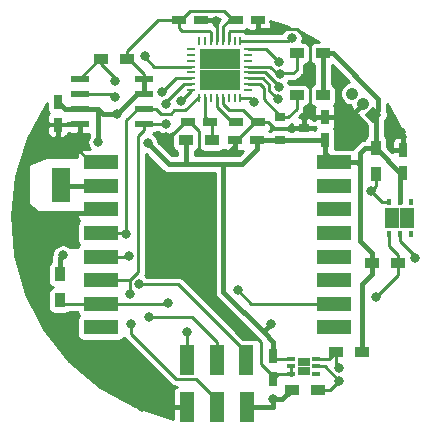
<source format=gtl>
G04 #@! TF.GenerationSoftware,KiCad,Pcbnew,no-vcs-found-f2763e9~58~ubuntu16.04.1*
G04 #@! TF.CreationDate,2017-03-23T18:26:22+02:00*
G04 #@! TF.ProjectId,multisensor_cr2032,6D756C746973656E736F725F63723230,rev?*
G04 #@! TF.FileFunction,Copper,L1,Top,Signal*
G04 #@! TF.FilePolarity,Positive*
%FSLAX46Y46*%
G04 Gerber Fmt 4.6, Leading zero omitted, Abs format (unit mm)*
G04 Created by KiCad (PCBNEW no-vcs-found-f2763e9~58~ubuntu16.04.1) date Thu Mar 23 18:26:22 2017*
%MOMM*%
%LPD*%
G01*
G04 APERTURE LIST*
%ADD10C,0.100000*%
%ADD11R,1.270000X2.500000*%
%ADD12R,1.200000X0.750000*%
%ADD13R,0.750000X1.200000*%
%ADD14R,1.725000X1.725000*%
%ADD15R,0.700000X0.250000*%
%ADD16R,0.250000X0.700000*%
%ADD17R,1.500000X3.000000*%
%ADD18R,1.200000X0.900000*%
%ADD19R,0.900000X1.200000*%
%ADD20R,1.550000X0.600000*%
%ADD21R,0.900000X0.800000*%
%ADD22R,1.300000X0.850000*%
%ADD23R,0.450000X0.630000*%
%ADD24R,3.000000X1.200000*%
%ADD25R,1.000000X0.800000*%
%ADD26R,0.650000X0.350000*%
%ADD27C,1.000000*%
%ADD28C,1.000000*%
%ADD29C,0.800000*%
%ADD30C,0.250000*%
%ADD31C,0.450000*%
%ADD32C,0.254000*%
G04 APERTURE END LIST*
D10*
D11*
X119380000Y-102838000D03*
X116840000Y-102838000D03*
X114300000Y-102838000D03*
X114300000Y-98838000D03*
X116840000Y-98838000D03*
X119340000Y-98838000D03*
D12*
X113604000Y-70104000D03*
X115504000Y-70104000D03*
X116266000Y-78740000D03*
X114366000Y-78740000D03*
X120330000Y-70104000D03*
X118430000Y-70104000D03*
X120330000Y-78740000D03*
X118430000Y-78740000D03*
D13*
X103378000Y-78928000D03*
X103378000Y-77028000D03*
D12*
X118364000Y-80264000D03*
X120264000Y-80264000D03*
D13*
X132588000Y-81092000D03*
X132588000Y-82992000D03*
X125984000Y-80198000D03*
X125984000Y-78298000D03*
D14*
X117956500Y-73406000D03*
X116231500Y-73406000D03*
X117956500Y-75131000D03*
X116231500Y-75131000D03*
D15*
X119494000Y-72518500D03*
X119494000Y-73018500D03*
X119494000Y-73518500D03*
X119494000Y-74018500D03*
X119494000Y-74518500D03*
X119494000Y-75018500D03*
X119494000Y-75518500D03*
X119494000Y-76018500D03*
D16*
X118844000Y-76668500D03*
X118344000Y-76668500D03*
X117844000Y-76668500D03*
X117344000Y-76668500D03*
X116844000Y-76668500D03*
X116344000Y-76668500D03*
X115844000Y-76668500D03*
X115344000Y-76668500D03*
D15*
X114694000Y-76018500D03*
X114694000Y-75518500D03*
X114694000Y-75018500D03*
X114694000Y-74518500D03*
X114694000Y-74018500D03*
X114694000Y-73518500D03*
X114694000Y-73018500D03*
X114694000Y-72518500D03*
D16*
X115344000Y-71868500D03*
X115844000Y-71868500D03*
X116344000Y-71868500D03*
X116844000Y-71868500D03*
X117344000Y-71868500D03*
X117844000Y-71868500D03*
X118344000Y-71868500D03*
X118844000Y-71868500D03*
D17*
X103632000Y-84020000D03*
D18*
X107020000Y-73406000D03*
X109220000Y-73406000D03*
X123614000Y-76454000D03*
X125814000Y-76454000D03*
X123614000Y-72898000D03*
X125814000Y-72898000D03*
D19*
X130302000Y-80942000D03*
X130302000Y-83142000D03*
D18*
X132164000Y-90678000D03*
X129964000Y-90678000D03*
D19*
X103548000Y-91610000D03*
X103548000Y-93810000D03*
D20*
X110650000Y-75057000D03*
X110650000Y-76327000D03*
X110650000Y-77597000D03*
X110650000Y-78867000D03*
X105250000Y-78867000D03*
X105250000Y-77597000D03*
X105250000Y-76327000D03*
X105250000Y-75057000D03*
D21*
X124206000Y-79248000D03*
X122206000Y-80198000D03*
X122206000Y-78298000D03*
D22*
X131684000Y-87293000D03*
X132984000Y-87293000D03*
X131684000Y-86443000D03*
X132984000Y-86443000D03*
D23*
X131384000Y-85528000D03*
X132334000Y-85528000D03*
X133284000Y-85528000D03*
X133284000Y-88208000D03*
X132334000Y-88208000D03*
X131384000Y-88208000D03*
D24*
X107046000Y-96106000D03*
X107046000Y-94106000D03*
X107046000Y-92106000D03*
X107046000Y-90106000D03*
X107046000Y-88106000D03*
X107046000Y-86106000D03*
X107046000Y-84106000D03*
X107046000Y-82106000D03*
X126746000Y-82106000D03*
X126746000Y-84106000D03*
X126746000Y-86106000D03*
X126746000Y-88106000D03*
X126746000Y-90106000D03*
X126746000Y-92106000D03*
X126746000Y-94106000D03*
X126746000Y-96106000D03*
D18*
X116416000Y-80264000D03*
X114216000Y-80264000D03*
D13*
X121600000Y-100450000D03*
X121600000Y-98550000D03*
D18*
X125400000Y-101400000D03*
X123200000Y-101400000D03*
X129100000Y-98200000D03*
X126900000Y-98200000D03*
D25*
X124200000Y-99000000D03*
X124200000Y-99800000D03*
D26*
X125250000Y-98750000D03*
X125250000Y-99400000D03*
X125250000Y-100050000D03*
X123150000Y-100050000D03*
X123150000Y-99400000D03*
X123150000Y-98750000D03*
D27*
X128303949Y-76303949D03*
D28*
X128303949Y-76303949D02*
X128303949Y-76303949D01*
D27*
X129201974Y-77201974D03*
D28*
X129201974Y-77201974D02*
X129201974Y-77201974D01*
D27*
X130100000Y-78100000D03*
D10*
G36*
X130100000Y-77392893D02*
X130807107Y-78100000D01*
X130100000Y-78807107D01*
X129392893Y-78100000D01*
X130100000Y-77392893D01*
X130100000Y-77392893D01*
G37*
D29*
X127324990Y-78200000D03*
X112575010Y-80010000D03*
X114500000Y-91400000D03*
X133600000Y-90200000D03*
X132400000Y-79600000D03*
X116796975Y-70121872D03*
X110490000Y-102870000D03*
X122193044Y-74682769D03*
X114300000Y-96520000D03*
X110975010Y-80518000D03*
X121400000Y-95800000D03*
X108400008Y-78000000D03*
X121600000Y-102200000D03*
X106800000Y-80400000D03*
X103800000Y-90000000D03*
X109424990Y-90100000D03*
X110275010Y-92456000D03*
X108200000Y-76600000D03*
X113792000Y-76948990D03*
X111100000Y-95200000D03*
X109193988Y-88200000D03*
X112575010Y-78914469D03*
X112575010Y-77230892D03*
X109500000Y-93300000D03*
X109600000Y-95800000D03*
X122134383Y-73634397D03*
X118618000Y-92963988D03*
X112700000Y-94000000D03*
X112212039Y-76175931D03*
X108200008Y-75200000D03*
X110744000Y-73152000D03*
X119999992Y-77000000D03*
X127200000Y-100600000D03*
X122078199Y-75731036D03*
X129875010Y-84582000D03*
X130324990Y-93500000D03*
X127200000Y-99499992D03*
X122050023Y-76798569D03*
X123189490Y-71575010D03*
D30*
X120500000Y-70800000D02*
X123600000Y-70800000D01*
X124700000Y-74700000D02*
X124714000Y-74714000D01*
X124714000Y-74714000D02*
X124714000Y-78298000D01*
X120330000Y-70104000D02*
X120330000Y-70630000D01*
X120330000Y-70630000D02*
X120500000Y-70800000D01*
X123600000Y-70800000D02*
X124714000Y-71914000D01*
X124714000Y-74686000D02*
X124700000Y-74700000D01*
X124714000Y-71914000D02*
X124714000Y-74686000D01*
X125984000Y-78298000D02*
X127226990Y-78298000D01*
X127226990Y-78298000D02*
X127324990Y-78200000D01*
X103000000Y-86500000D02*
X102516000Y-86500000D01*
X102516000Y-86500000D02*
X102108000Y-86908000D01*
X103378000Y-78928000D02*
X102472000Y-78928000D01*
X102472000Y-78928000D02*
X100800000Y-80600000D01*
X100800000Y-80600000D02*
X100800000Y-85600000D01*
X100800000Y-85600000D02*
X102108000Y-86908000D01*
D31*
X106852000Y-86300000D02*
X106752000Y-86400000D01*
X103600000Y-86400000D02*
X103500000Y-86500000D01*
X106752000Y-86400000D02*
X103600000Y-86400000D01*
X103500000Y-86500000D02*
X103100000Y-86500000D01*
D30*
X107046000Y-86106000D02*
X106852000Y-86300000D01*
X102108000Y-86908000D02*
X102108000Y-94742000D01*
X114366000Y-78740000D02*
X114591000Y-78740000D01*
X114591000Y-78740000D02*
X115300000Y-79449000D01*
X115300000Y-79449000D02*
X115300000Y-81200000D01*
X115300000Y-81200000D02*
X115600000Y-81500000D01*
X115600000Y-81500000D02*
X117500000Y-81500000D01*
X118364000Y-80636000D02*
X118364000Y-80264000D01*
X117500000Y-81500000D02*
X118364000Y-80636000D01*
X112871000Y-80010000D02*
X112575010Y-80010000D01*
X114366000Y-78740000D02*
X114141000Y-78740000D01*
X114141000Y-78740000D02*
X112871000Y-80010000D01*
X121600000Y-100450000D02*
X121600000Y-100225000D01*
X121600000Y-100225000D02*
X120600000Y-99225000D01*
X120600000Y-97300000D02*
X114700000Y-91400000D01*
X120600000Y-99225000D02*
X120600000Y-97300000D01*
X114700000Y-91400000D02*
X114500000Y-91400000D01*
X123150000Y-99400000D02*
X123150000Y-100050000D01*
X123150000Y-100050000D02*
X122000000Y-100050000D01*
X122000000Y-100050000D02*
X121600000Y-100450000D01*
X105250000Y-81210000D02*
X105250000Y-78867000D01*
X106146000Y-82106000D02*
X105250000Y-81210000D01*
X107046000Y-82106000D02*
X106146000Y-82106000D01*
X132334000Y-88208000D02*
X132334000Y-88773000D01*
X132334000Y-88773000D02*
X133600000Y-90039000D01*
X133600000Y-90039000D02*
X133600000Y-90200000D01*
X117344000Y-76568000D02*
X117344000Y-77212000D01*
X117344000Y-77212000D02*
X117856000Y-77724000D01*
X117856000Y-77724000D02*
X119089000Y-77724000D01*
X119089000Y-77724000D02*
X120105000Y-78740000D01*
X120105000Y-78740000D02*
X120330000Y-78740000D01*
X132588000Y-79788000D02*
X132400000Y-79600000D01*
X132588000Y-81092000D02*
X132588000Y-79788000D01*
X120330000Y-70104000D02*
X120330000Y-70729000D01*
X117844000Y-71292220D02*
X117844000Y-71868500D01*
X120330000Y-70729000D02*
X120059000Y-71000000D01*
X117855999Y-71120001D02*
X117855999Y-71280221D01*
X120059000Y-71000000D02*
X117976000Y-71000000D01*
X117976000Y-71000000D02*
X117855999Y-71120001D01*
X117855999Y-71280221D02*
X117844000Y-71292220D01*
X116844000Y-70168897D02*
X116796975Y-70121872D01*
X116779103Y-70104000D02*
X116796975Y-70121872D01*
X115504000Y-70104000D02*
X116779103Y-70104000D01*
X116844000Y-71868500D02*
X116844000Y-70168897D01*
X120330000Y-70104000D02*
X120105000Y-70104000D01*
X132654000Y-81092000D02*
X132588000Y-81092000D01*
X120330000Y-78740000D02*
X121180000Y-78740000D01*
X121180000Y-78740000D02*
X121688000Y-79248000D01*
X121688000Y-79248000D02*
X124206000Y-79248000D01*
X125984000Y-78298000D02*
X124714000Y-78298000D01*
X124714000Y-78298000D02*
X124506000Y-78298000D01*
X102108000Y-94742000D02*
X110236000Y-102870000D01*
X110236000Y-102870000D02*
X110490000Y-102870000D01*
X114300000Y-102838000D02*
X110522000Y-102838000D01*
X110522000Y-102838000D02*
X110490000Y-102870000D01*
X118364000Y-80264000D02*
X118589000Y-80264000D01*
X118589000Y-80264000D02*
X120113000Y-78740000D01*
X120113000Y-78740000D02*
X120330000Y-78740000D01*
X124506000Y-78298000D02*
X124206000Y-78598000D01*
X124206000Y-78598000D02*
X124206000Y-79248000D01*
X105250000Y-78867000D02*
X103439000Y-78867000D01*
X103439000Y-78867000D02*
X103378000Y-78928000D01*
X118164878Y-78740000D02*
X118430000Y-78740000D01*
X116844000Y-77419122D02*
X118164878Y-78740000D01*
X116844000Y-76568000D02*
X116844000Y-77419122D01*
X123614000Y-72898000D02*
X123614000Y-74286000D01*
X123614000Y-74286000D02*
X123300000Y-74600000D01*
X123300000Y-74600000D02*
X122275813Y-74600000D01*
X122275813Y-74600000D02*
X122193044Y-74682769D01*
X119494000Y-74018500D02*
X121319363Y-74018500D01*
X121319363Y-74018500D02*
X121983632Y-74682769D01*
X121983632Y-74682769D02*
X122193044Y-74682769D01*
X114300000Y-96520000D02*
X114300000Y-98838000D01*
D31*
X130302000Y-80942000D02*
X129402000Y-80942000D01*
X129402000Y-80942000D02*
X129000000Y-81344000D01*
X129000000Y-81344000D02*
X129000000Y-82330000D01*
X132588000Y-82992000D02*
X132352000Y-82992000D01*
X132352000Y-82992000D02*
X130302000Y-80942000D01*
X129100000Y-92442000D02*
X129100000Y-98200000D01*
X129964000Y-90678000D02*
X129964000Y-91578000D01*
X129964000Y-91578000D02*
X129100000Y-92442000D01*
X129000000Y-88800000D02*
X129000000Y-82330000D01*
X129964000Y-89764000D02*
X129000000Y-88800000D01*
X129964000Y-90678000D02*
X129964000Y-89764000D01*
X129000000Y-82330000D02*
X128776000Y-82106000D01*
X128776000Y-82106000D02*
X126746000Y-82106000D01*
D30*
X129250000Y-98200000D02*
X129100000Y-98200000D01*
D31*
X130100000Y-78100000D02*
X130524263Y-77675737D01*
X126664000Y-72898000D02*
X125814000Y-72898000D01*
X130524263Y-76758263D02*
X126664000Y-72898000D01*
X130524263Y-77675737D02*
X130524263Y-76758263D01*
X130302000Y-80942000D02*
X130302000Y-78302000D01*
X130302000Y-78302000D02*
X130100000Y-78100000D01*
X125814000Y-72898000D02*
X125814000Y-76454000D01*
X112757010Y-82300000D02*
X110975010Y-80518000D01*
X115400000Y-82300000D02*
X112757010Y-82300000D01*
X117400000Y-82300000D02*
X115400000Y-82300000D01*
X115400000Y-82300000D02*
X114200000Y-82300000D01*
X114200000Y-82300000D02*
X114216000Y-82284000D01*
X114216000Y-82284000D02*
X114216000Y-80264000D01*
X120264000Y-80264000D02*
X120264000Y-81036000D01*
X120264000Y-81036000D02*
X119000000Y-82300000D01*
X119000000Y-82300000D02*
X117400000Y-82300000D01*
X117400000Y-82300000D02*
X117400000Y-93100000D01*
X117400000Y-93100000D02*
X120800000Y-96500000D01*
X121600000Y-97300000D02*
X120800000Y-96500000D01*
X121400000Y-95800000D02*
X120800000Y-96400000D01*
X120800000Y-96400000D02*
X120800000Y-96500000D01*
X121600000Y-98550000D02*
X121600000Y-97300000D01*
X121600000Y-102200000D02*
X122400000Y-102200000D01*
X122400000Y-102200000D02*
X123200000Y-101400000D01*
D30*
X123150000Y-98750000D02*
X121800000Y-98750000D01*
X121800000Y-98750000D02*
X121600000Y-98550000D01*
D31*
X106800000Y-77597000D02*
X107203000Y-78000000D01*
X110073008Y-76327000D02*
X108400008Y-78000000D01*
X107203000Y-78000000D02*
X108400008Y-78000000D01*
X110650000Y-76327000D02*
X110073008Y-76327000D01*
X121600000Y-102838000D02*
X119380000Y-102838000D01*
X121600000Y-102200000D02*
X121600000Y-102838000D01*
X106800000Y-77597000D02*
X105250000Y-77597000D01*
X106800000Y-80400000D02*
X106800000Y-77597000D01*
X103548000Y-91610000D02*
X103548000Y-90252000D01*
X103548000Y-90252000D02*
X103800000Y-90000000D01*
X103400000Y-91462000D02*
X103548000Y-91610000D01*
X129964000Y-90678000D02*
X129800000Y-90842000D01*
X113829000Y-70104000D02*
X113604000Y-70104000D01*
D30*
X114586129Y-69346871D02*
X113829000Y-70104000D01*
X117447871Y-69346871D02*
X114586129Y-69346871D01*
X118205000Y-70104000D02*
X117447871Y-69346871D01*
D31*
X118430000Y-70104000D02*
X118205000Y-70104000D01*
D30*
X117910878Y-70104000D02*
X118430000Y-70104000D01*
X117344000Y-71868500D02*
X117344000Y-70670878D01*
X117344000Y-70670878D02*
X117910878Y-70104000D01*
X113604000Y-70104000D02*
X113604000Y-70729000D01*
X113604000Y-70729000D02*
X113875000Y-71000000D01*
X113875000Y-71000000D02*
X116212000Y-71000000D01*
X116212000Y-71000000D02*
X116344000Y-71132000D01*
X116344000Y-71132000D02*
X116344000Y-71868500D01*
X113604000Y-70104000D02*
X111822000Y-70104000D01*
X109220000Y-72706000D02*
X109220000Y-73406000D01*
X111822000Y-70104000D02*
X109220000Y-72706000D01*
D31*
X118364000Y-70104000D02*
X118430000Y-70104000D01*
D30*
X109370000Y-73406000D02*
X110650000Y-74686000D01*
X110650000Y-74686000D02*
X110650000Y-75057000D01*
D31*
X109220000Y-73406000D02*
X109370000Y-73406000D01*
X114216000Y-80264000D02*
X114066000Y-80264000D01*
X110650000Y-75057000D02*
X110650000Y-76327000D01*
X125984000Y-80198000D02*
X125984000Y-81344000D01*
X125984000Y-81344000D02*
X126746000Y-82106000D01*
X132334000Y-85528000D02*
X132334000Y-83246000D01*
X132334000Y-83246000D02*
X132588000Y-82992000D01*
X120264000Y-80264000D02*
X122140000Y-80264000D01*
X122140000Y-80264000D02*
X122206000Y-80198000D01*
X122206000Y-80198000D02*
X125984000Y-80198000D01*
X105250000Y-77597000D02*
X103947000Y-77597000D01*
X103947000Y-77597000D02*
X103378000Y-77028000D01*
D30*
X109418990Y-90106000D02*
X109424990Y-90100000D01*
X107046000Y-90106000D02*
X109418990Y-90106000D01*
X119340000Y-98838000D02*
X119340000Y-98223000D01*
X119340000Y-98223000D02*
X113573000Y-92456000D01*
X113573000Y-92456000D02*
X110275010Y-92456000D01*
X107927000Y-76327000D02*
X108200000Y-76600000D01*
X105250000Y-76327000D02*
X107927000Y-76327000D01*
X114694000Y-76018500D02*
X114694000Y-76046990D01*
X114694000Y-76046990D02*
X113792000Y-76948990D01*
X114702000Y-95200000D02*
X111100000Y-95200000D01*
X116840000Y-97338000D02*
X114702000Y-95200000D01*
X116840000Y-98838000D02*
X116840000Y-97338000D01*
X113228904Y-77724000D02*
X112947011Y-78005893D01*
X114188000Y-77724000D02*
X113228904Y-77724000D01*
X115344000Y-76568000D02*
X114188000Y-77724000D01*
X112083893Y-78005893D02*
X111675000Y-77597000D01*
X112947011Y-78005893D02*
X112083893Y-78005893D01*
X111675000Y-77597000D02*
X110650000Y-77597000D01*
X109193988Y-78578012D02*
X109193988Y-88200000D01*
X109099988Y-88106000D02*
X109193988Y-88200000D01*
X110650000Y-77597000D02*
X110175000Y-77597000D01*
X107046000Y-88106000D02*
X109099988Y-88106000D01*
X110175000Y-77597000D02*
X109193988Y-78578012D01*
X107014000Y-88138000D02*
X107046000Y-88106000D01*
X107946000Y-88106000D02*
X107046000Y-88106000D01*
X108796000Y-92106000D02*
X109494000Y-92106000D01*
X109494000Y-92106000D02*
X110200000Y-91400000D01*
X110200000Y-91400000D02*
X110200000Y-79867000D01*
X110650000Y-79417000D02*
X110650000Y-78867000D01*
X110200000Y-79867000D02*
X110650000Y-79417000D01*
X110650000Y-78867000D02*
X112527541Y-78867000D01*
X114694000Y-75518500D02*
X114094000Y-75518500D01*
X112575010Y-77037490D02*
X112575010Y-77230892D01*
X112527541Y-78867000D02*
X112575010Y-78914469D01*
X114094000Y-75518500D02*
X112575010Y-77037490D01*
X109500000Y-93300000D02*
X109500000Y-92106000D01*
X109500000Y-92106000D02*
X108796000Y-92106000D01*
X108796000Y-92106000D02*
X107046000Y-92106000D01*
X116840000Y-102223000D02*
X115080001Y-100463001D01*
X115080001Y-100463001D02*
X113364999Y-100463001D01*
X113364999Y-100463001D02*
X109600000Y-96698002D01*
X109600000Y-96698002D02*
X109600000Y-95800000D01*
X116840000Y-102838000D02*
X116840000Y-102223000D01*
X121018486Y-72518500D02*
X122134383Y-73634397D01*
X119494000Y-72518500D02*
X121018486Y-72518500D01*
X119760012Y-94106000D02*
X118618000Y-92963988D01*
X126746000Y-94106000D02*
X119760012Y-94106000D01*
X107046000Y-94106000D02*
X112594000Y-94106000D01*
X112594000Y-94106000D02*
X112700000Y-94000000D01*
X113369470Y-75018500D02*
X112212039Y-76175931D01*
X114694000Y-75018500D02*
X113369470Y-75018500D01*
X107046000Y-94106000D02*
X103844000Y-94106000D01*
X103844000Y-94106000D02*
X103548000Y-93810000D01*
D31*
X107046000Y-84106000D02*
X103718000Y-84106000D01*
D30*
X103718000Y-84106000D02*
X103632000Y-84020000D01*
X119494000Y-75518500D02*
X120518500Y-75518500D01*
X120518500Y-75518500D02*
X120800000Y-75800000D01*
X120800000Y-75800000D02*
X120800000Y-76800000D01*
X120800000Y-76800000D02*
X122206000Y-78206000D01*
X122206000Y-78206000D02*
X122206000Y-78298000D01*
X122206000Y-78298000D02*
X122906000Y-78298000D01*
X122906000Y-78298000D02*
X123614000Y-77590000D01*
X123614000Y-77590000D02*
X123614000Y-76454000D01*
X107020000Y-73406000D02*
X107020000Y-73820000D01*
X107020000Y-73820000D02*
X108200008Y-75000008D01*
X108200008Y-75000008D02*
X108200008Y-75200000D01*
X114694000Y-74018500D02*
X111557502Y-74018500D01*
X111557502Y-74018500D02*
X110744000Y-73204998D01*
X110744000Y-73204998D02*
X110744000Y-73152000D01*
X107020000Y-73406000D02*
X106901000Y-73406000D01*
X106901000Y-73406000D02*
X105250000Y-75057000D01*
X115844000Y-76568000D02*
X115844000Y-78318000D01*
X115844000Y-78318000D02*
X116266000Y-78740000D01*
X116416000Y-80264000D02*
X116416000Y-78890000D01*
X116416000Y-78890000D02*
X116266000Y-78740000D01*
X119668492Y-76668500D02*
X119999992Y-77000000D01*
X118844000Y-76668500D02*
X119668492Y-76668500D01*
X126000000Y-99400000D02*
X127200000Y-100600000D01*
X125250000Y-99400000D02*
X126000000Y-99400000D01*
X125400000Y-101400000D02*
X126400000Y-101400000D01*
X126400000Y-101400000D02*
X127200000Y-100600000D01*
X119494000Y-74518500D02*
X120932744Y-74518500D01*
X120932744Y-74518500D02*
X122078199Y-75663955D01*
X122078199Y-75663955D02*
X122078199Y-75731036D01*
X131384000Y-85528000D02*
X130821010Y-85528000D01*
X130302000Y-84155010D02*
X129875010Y-84582000D01*
X130821010Y-85528000D02*
X129875010Y-84582000D01*
X130302000Y-83142000D02*
X130302000Y-84155010D01*
X132164000Y-91660990D02*
X130324990Y-93500000D01*
X132164000Y-90678000D02*
X132164000Y-91660990D01*
X126900000Y-99199992D02*
X127200000Y-99499992D01*
X126900000Y-98200000D02*
X126900000Y-99199992D01*
X125250000Y-98750000D02*
X126350000Y-98750000D01*
X126350000Y-98750000D02*
X126900000Y-98200000D01*
X121650024Y-76398570D02*
X122050023Y-76798569D01*
X121649703Y-76398570D02*
X121650024Y-76398570D01*
X120725622Y-75018500D02*
X121300011Y-75592889D01*
X121300011Y-76048878D02*
X121649703Y-76398570D01*
X119494000Y-75018500D02*
X120725622Y-75018500D01*
X121300011Y-75592889D02*
X121300011Y-76048878D01*
X132164000Y-90678000D02*
X132164000Y-89978000D01*
X132164000Y-89978000D02*
X131384000Y-89198000D01*
X131384000Y-89198000D02*
X131384000Y-88208000D01*
X122896000Y-71868500D02*
X123189490Y-71575010D01*
X118844000Y-71868500D02*
X122896000Y-71868500D01*
D32*
G36*
X102473451Y-77628000D02*
X102483626Y-77731310D01*
X102513761Y-77830650D01*
X102562696Y-77922202D01*
X102608137Y-77977572D01*
X102593652Y-77992057D01*
X102535979Y-78078372D01*
X102496252Y-78174280D01*
X102476000Y-78276095D01*
X102476000Y-78723250D01*
X102607750Y-78855000D01*
X103305000Y-78855000D01*
X103305000Y-78835000D01*
X103451000Y-78835000D01*
X103451000Y-78855000D01*
X104148250Y-78855000D01*
X104209250Y-78794000D01*
X105177000Y-78794000D01*
X105177000Y-78774000D01*
X105323000Y-78774000D01*
X105323000Y-78794000D01*
X105343000Y-78794000D01*
X105343000Y-78940000D01*
X105323000Y-78940000D01*
X105323000Y-79562250D01*
X105454750Y-79694000D01*
X106048000Y-79694000D01*
X106048000Y-79857395D01*
X105983733Y-79951254D01*
X105912117Y-80118347D01*
X105874320Y-80296168D01*
X105871782Y-80477945D01*
X105904599Y-80656752D01*
X105971522Y-80825780D01*
X106070001Y-80978590D01*
X106070397Y-80979000D01*
X105494095Y-80979000D01*
X105392280Y-80999252D01*
X105296372Y-81038979D01*
X105210057Y-81096652D01*
X105136652Y-81170057D01*
X105078979Y-81256372D01*
X105039252Y-81352280D01*
X105019000Y-81454095D01*
X105019000Y-81673000D01*
X102400000Y-81673000D01*
X102349972Y-81683269D01*
X100949972Y-82283269D01*
X100910197Y-82310197D01*
X100882667Y-82351399D01*
X100873000Y-82400000D01*
X100873000Y-85600000D01*
X100890720Y-85664706D01*
X100923800Y-85701600D01*
X101723800Y-86301600D01*
X101751399Y-86317333D01*
X101800000Y-86327000D01*
X105019000Y-86327000D01*
X105019000Y-86757905D01*
X105039252Y-86859720D01*
X105078979Y-86955628D01*
X105136652Y-87041943D01*
X105201601Y-87106892D01*
X105171552Y-87131552D01*
X105105696Y-87211798D01*
X105056761Y-87303350D01*
X105026626Y-87402690D01*
X105016451Y-87506000D01*
X105016451Y-88706000D01*
X105026626Y-88809310D01*
X105056761Y-88908650D01*
X105105696Y-89000202D01*
X105171552Y-89080448D01*
X105202687Y-89106000D01*
X105171552Y-89131552D01*
X105105696Y-89211798D01*
X105072983Y-89273000D01*
X104379996Y-89273000D01*
X104243037Y-89180621D01*
X104075448Y-89110173D01*
X103897367Y-89073618D01*
X103715577Y-89072349D01*
X103537003Y-89106413D01*
X103368447Y-89174515D01*
X103216328Y-89274058D01*
X103086441Y-89401253D01*
X102983733Y-89551254D01*
X102912117Y-89718347D01*
X102874320Y-89896168D01*
X102873923Y-89924628D01*
X102856810Y-89955756D01*
X102855614Y-89959526D01*
X102853746Y-89963010D01*
X102833438Y-90029434D01*
X102812433Y-90095650D01*
X102811992Y-90099579D01*
X102810836Y-90103361D01*
X102803820Y-90172439D01*
X102796073Y-90241500D01*
X102796019Y-90249235D01*
X102796005Y-90249375D01*
X102796017Y-90249506D01*
X102796000Y-90252000D01*
X102796000Y-90576096D01*
X102723552Y-90635552D01*
X102657696Y-90715798D01*
X102608761Y-90807350D01*
X102578626Y-90906690D01*
X102568451Y-91010000D01*
X102568451Y-92210000D01*
X102578626Y-92313310D01*
X102608761Y-92412650D01*
X102657696Y-92504202D01*
X102723552Y-92584448D01*
X102803798Y-92650304D01*
X102895350Y-92699239D01*
X102930824Y-92710000D01*
X102895350Y-92720761D01*
X102803798Y-92769696D01*
X102723552Y-92835552D01*
X102657696Y-92915798D01*
X102608761Y-93007350D01*
X102578626Y-93106690D01*
X102568451Y-93210000D01*
X102568451Y-94410000D01*
X102578626Y-94513310D01*
X102608761Y-94612650D01*
X102657696Y-94704202D01*
X102723552Y-94784448D01*
X102803798Y-94850304D01*
X102895350Y-94899239D01*
X102994690Y-94929374D01*
X103098000Y-94939549D01*
X103998000Y-94939549D01*
X104101310Y-94929374D01*
X104200650Y-94899239D01*
X104292202Y-94850304D01*
X104372448Y-94784448D01*
X104394153Y-94758000D01*
X105021572Y-94758000D01*
X105026626Y-94809310D01*
X105056761Y-94908650D01*
X105105696Y-95000202D01*
X105171552Y-95080448D01*
X105202687Y-95106000D01*
X105171552Y-95131552D01*
X105105696Y-95211798D01*
X105056761Y-95303350D01*
X105026626Y-95402690D01*
X105016451Y-95506000D01*
X105016451Y-96706000D01*
X105026626Y-96809310D01*
X105056761Y-96908650D01*
X105105696Y-97000202D01*
X105171552Y-97080448D01*
X105251798Y-97146304D01*
X105343350Y-97195239D01*
X105442690Y-97225374D01*
X105546000Y-97235549D01*
X108546000Y-97235549D01*
X108649310Y-97225374D01*
X108748650Y-97195239D01*
X108840202Y-97146304D01*
X108920448Y-97080448D01*
X108986304Y-97000202D01*
X109006089Y-96963186D01*
X109025470Y-96999635D01*
X109053187Y-97053107D01*
X109055325Y-97055786D01*
X109056935Y-97058813D01*
X109095018Y-97105508D01*
X109132575Y-97152554D01*
X109137280Y-97157326D01*
X109137360Y-97157424D01*
X109137450Y-97157499D01*
X109138966Y-97159036D01*
X112903966Y-100924035D01*
X112950539Y-100962291D01*
X112996641Y-101000975D01*
X112999643Y-101002625D01*
X113002294Y-101004803D01*
X113055391Y-101033273D01*
X113108149Y-101062277D01*
X113111417Y-101063314D01*
X113114439Y-101064934D01*
X113172065Y-101082552D01*
X113229441Y-101100753D01*
X113232845Y-101101135D01*
X113236126Y-101102138D01*
X113296132Y-101108234D01*
X113355896Y-101114937D01*
X113362587Y-101114984D01*
X113362724Y-101114998D01*
X113362852Y-101114986D01*
X113364999Y-101115001D01*
X113429804Y-101115001D01*
X113415372Y-101120979D01*
X113329057Y-101178652D01*
X113255652Y-101252057D01*
X113197979Y-101338372D01*
X113158252Y-101434280D01*
X113138000Y-101536095D01*
X113138000Y-102633250D01*
X113269750Y-102765000D01*
X113673000Y-102765000D01*
X113673000Y-102911000D01*
X113269750Y-102911000D01*
X113138000Y-103042750D01*
X113138000Y-103828217D01*
X113111743Y-103825086D01*
X109889098Y-102777985D01*
X106931212Y-101124878D01*
X104350748Y-98928731D01*
X102245995Y-96273194D01*
X100697124Y-93259417D01*
X99763130Y-90002192D01*
X99479588Y-86625587D01*
X99857300Y-83258216D01*
X100881877Y-80028340D01*
X101374231Y-79132750D01*
X102476000Y-79132750D01*
X102476000Y-79579905D01*
X102496252Y-79681720D01*
X102535979Y-79777628D01*
X102593652Y-79863943D01*
X102667057Y-79937348D01*
X102753372Y-79995021D01*
X102849280Y-80034748D01*
X102951095Y-80055000D01*
X103173250Y-80055000D01*
X103305000Y-79923250D01*
X103305000Y-79001000D01*
X103451000Y-79001000D01*
X103451000Y-79923250D01*
X103582750Y-80055000D01*
X103804905Y-80055000D01*
X103906720Y-80034748D01*
X104002628Y-79995021D01*
X104088943Y-79937348D01*
X104162348Y-79863943D01*
X104220021Y-79777628D01*
X104259748Y-79681720D01*
X104265897Y-79650807D01*
X104321280Y-79673748D01*
X104423095Y-79694000D01*
X105045250Y-79694000D01*
X105177000Y-79562250D01*
X105177000Y-78940000D01*
X104079750Y-78940000D01*
X104018750Y-79001000D01*
X103451000Y-79001000D01*
X103305000Y-79001000D01*
X102607750Y-79001000D01*
X102476000Y-79132750D01*
X101374231Y-79132750D01*
X102473451Y-77133277D01*
X102473451Y-77628000D01*
X102473451Y-77628000D01*
G37*
X102473451Y-77628000D02*
X102483626Y-77731310D01*
X102513761Y-77830650D01*
X102562696Y-77922202D01*
X102608137Y-77977572D01*
X102593652Y-77992057D01*
X102535979Y-78078372D01*
X102496252Y-78174280D01*
X102476000Y-78276095D01*
X102476000Y-78723250D01*
X102607750Y-78855000D01*
X103305000Y-78855000D01*
X103305000Y-78835000D01*
X103451000Y-78835000D01*
X103451000Y-78855000D01*
X104148250Y-78855000D01*
X104209250Y-78794000D01*
X105177000Y-78794000D01*
X105177000Y-78774000D01*
X105323000Y-78774000D01*
X105323000Y-78794000D01*
X105343000Y-78794000D01*
X105343000Y-78940000D01*
X105323000Y-78940000D01*
X105323000Y-79562250D01*
X105454750Y-79694000D01*
X106048000Y-79694000D01*
X106048000Y-79857395D01*
X105983733Y-79951254D01*
X105912117Y-80118347D01*
X105874320Y-80296168D01*
X105871782Y-80477945D01*
X105904599Y-80656752D01*
X105971522Y-80825780D01*
X106070001Y-80978590D01*
X106070397Y-80979000D01*
X105494095Y-80979000D01*
X105392280Y-80999252D01*
X105296372Y-81038979D01*
X105210057Y-81096652D01*
X105136652Y-81170057D01*
X105078979Y-81256372D01*
X105039252Y-81352280D01*
X105019000Y-81454095D01*
X105019000Y-81673000D01*
X102400000Y-81673000D01*
X102349972Y-81683269D01*
X100949972Y-82283269D01*
X100910197Y-82310197D01*
X100882667Y-82351399D01*
X100873000Y-82400000D01*
X100873000Y-85600000D01*
X100890720Y-85664706D01*
X100923800Y-85701600D01*
X101723800Y-86301600D01*
X101751399Y-86317333D01*
X101800000Y-86327000D01*
X105019000Y-86327000D01*
X105019000Y-86757905D01*
X105039252Y-86859720D01*
X105078979Y-86955628D01*
X105136652Y-87041943D01*
X105201601Y-87106892D01*
X105171552Y-87131552D01*
X105105696Y-87211798D01*
X105056761Y-87303350D01*
X105026626Y-87402690D01*
X105016451Y-87506000D01*
X105016451Y-88706000D01*
X105026626Y-88809310D01*
X105056761Y-88908650D01*
X105105696Y-89000202D01*
X105171552Y-89080448D01*
X105202687Y-89106000D01*
X105171552Y-89131552D01*
X105105696Y-89211798D01*
X105072983Y-89273000D01*
X104379996Y-89273000D01*
X104243037Y-89180621D01*
X104075448Y-89110173D01*
X103897367Y-89073618D01*
X103715577Y-89072349D01*
X103537003Y-89106413D01*
X103368447Y-89174515D01*
X103216328Y-89274058D01*
X103086441Y-89401253D01*
X102983733Y-89551254D01*
X102912117Y-89718347D01*
X102874320Y-89896168D01*
X102873923Y-89924628D01*
X102856810Y-89955756D01*
X102855614Y-89959526D01*
X102853746Y-89963010D01*
X102833438Y-90029434D01*
X102812433Y-90095650D01*
X102811992Y-90099579D01*
X102810836Y-90103361D01*
X102803820Y-90172439D01*
X102796073Y-90241500D01*
X102796019Y-90249235D01*
X102796005Y-90249375D01*
X102796017Y-90249506D01*
X102796000Y-90252000D01*
X102796000Y-90576096D01*
X102723552Y-90635552D01*
X102657696Y-90715798D01*
X102608761Y-90807350D01*
X102578626Y-90906690D01*
X102568451Y-91010000D01*
X102568451Y-92210000D01*
X102578626Y-92313310D01*
X102608761Y-92412650D01*
X102657696Y-92504202D01*
X102723552Y-92584448D01*
X102803798Y-92650304D01*
X102895350Y-92699239D01*
X102930824Y-92710000D01*
X102895350Y-92720761D01*
X102803798Y-92769696D01*
X102723552Y-92835552D01*
X102657696Y-92915798D01*
X102608761Y-93007350D01*
X102578626Y-93106690D01*
X102568451Y-93210000D01*
X102568451Y-94410000D01*
X102578626Y-94513310D01*
X102608761Y-94612650D01*
X102657696Y-94704202D01*
X102723552Y-94784448D01*
X102803798Y-94850304D01*
X102895350Y-94899239D01*
X102994690Y-94929374D01*
X103098000Y-94939549D01*
X103998000Y-94939549D01*
X104101310Y-94929374D01*
X104200650Y-94899239D01*
X104292202Y-94850304D01*
X104372448Y-94784448D01*
X104394153Y-94758000D01*
X105021572Y-94758000D01*
X105026626Y-94809310D01*
X105056761Y-94908650D01*
X105105696Y-95000202D01*
X105171552Y-95080448D01*
X105202687Y-95106000D01*
X105171552Y-95131552D01*
X105105696Y-95211798D01*
X105056761Y-95303350D01*
X105026626Y-95402690D01*
X105016451Y-95506000D01*
X105016451Y-96706000D01*
X105026626Y-96809310D01*
X105056761Y-96908650D01*
X105105696Y-97000202D01*
X105171552Y-97080448D01*
X105251798Y-97146304D01*
X105343350Y-97195239D01*
X105442690Y-97225374D01*
X105546000Y-97235549D01*
X108546000Y-97235549D01*
X108649310Y-97225374D01*
X108748650Y-97195239D01*
X108840202Y-97146304D01*
X108920448Y-97080448D01*
X108986304Y-97000202D01*
X109006089Y-96963186D01*
X109025470Y-96999635D01*
X109053187Y-97053107D01*
X109055325Y-97055786D01*
X109056935Y-97058813D01*
X109095018Y-97105508D01*
X109132575Y-97152554D01*
X109137280Y-97157326D01*
X109137360Y-97157424D01*
X109137450Y-97157499D01*
X109138966Y-97159036D01*
X112903966Y-100924035D01*
X112950539Y-100962291D01*
X112996641Y-101000975D01*
X112999643Y-101002625D01*
X113002294Y-101004803D01*
X113055391Y-101033273D01*
X113108149Y-101062277D01*
X113111417Y-101063314D01*
X113114439Y-101064934D01*
X113172065Y-101082552D01*
X113229441Y-101100753D01*
X113232845Y-101101135D01*
X113236126Y-101102138D01*
X113296132Y-101108234D01*
X113355896Y-101114937D01*
X113362587Y-101114984D01*
X113362724Y-101114998D01*
X113362852Y-101114986D01*
X113364999Y-101115001D01*
X113429804Y-101115001D01*
X113415372Y-101120979D01*
X113329057Y-101178652D01*
X113255652Y-101252057D01*
X113197979Y-101338372D01*
X113158252Y-101434280D01*
X113138000Y-101536095D01*
X113138000Y-102633250D01*
X113269750Y-102765000D01*
X113673000Y-102765000D01*
X113673000Y-102911000D01*
X113269750Y-102911000D01*
X113138000Y-103042750D01*
X113138000Y-103828217D01*
X113111743Y-103825086D01*
X109889098Y-102777985D01*
X106931212Y-101124878D01*
X104350748Y-98928731D01*
X102245995Y-96273194D01*
X100697124Y-93259417D01*
X99763130Y-90002192D01*
X99479588Y-86625587D01*
X99857300Y-83258216D01*
X100881877Y-80028340D01*
X101374231Y-79132750D01*
X102476000Y-79132750D01*
X102476000Y-79579905D01*
X102496252Y-79681720D01*
X102535979Y-79777628D01*
X102593652Y-79863943D01*
X102667057Y-79937348D01*
X102753372Y-79995021D01*
X102849280Y-80034748D01*
X102951095Y-80055000D01*
X103173250Y-80055000D01*
X103305000Y-79923250D01*
X103305000Y-79001000D01*
X103451000Y-79001000D01*
X103451000Y-79923250D01*
X103582750Y-80055000D01*
X103804905Y-80055000D01*
X103906720Y-80034748D01*
X104002628Y-79995021D01*
X104088943Y-79937348D01*
X104162348Y-79863943D01*
X104220021Y-79777628D01*
X104259748Y-79681720D01*
X104265897Y-79650807D01*
X104321280Y-79673748D01*
X104423095Y-79694000D01*
X105045250Y-79694000D01*
X105177000Y-79562250D01*
X105177000Y-78940000D01*
X104079750Y-78940000D01*
X104018750Y-79001000D01*
X103451000Y-79001000D01*
X103305000Y-79001000D01*
X102607750Y-79001000D01*
X102476000Y-79132750D01*
X101374231Y-79132750D01*
X102473451Y-77133277D01*
X102473451Y-77628000D01*
G36*
X121673000Y-100377000D02*
X121693000Y-100377000D01*
X121693000Y-100523000D01*
X121673000Y-100523000D01*
X121673000Y-100543000D01*
X121527000Y-100543000D01*
X121527000Y-100523000D01*
X121507000Y-100523000D01*
X121507000Y-100377000D01*
X121527000Y-100377000D01*
X121527000Y-100357000D01*
X121673000Y-100357000D01*
X121673000Y-100377000D01*
X121673000Y-100377000D01*
G37*
X121673000Y-100377000D02*
X121693000Y-100377000D01*
X121693000Y-100523000D01*
X121673000Y-100523000D01*
X121673000Y-100543000D01*
X121527000Y-100543000D01*
X121527000Y-100523000D01*
X121507000Y-100523000D01*
X121507000Y-100377000D01*
X121527000Y-100377000D01*
X121527000Y-100357000D01*
X121673000Y-100357000D01*
X121673000Y-100377000D01*
G36*
X123170451Y-100143000D02*
X123077000Y-100143000D01*
X123077000Y-100123000D01*
X123057000Y-100123000D01*
X123057000Y-99990250D01*
X123070250Y-99977000D01*
X123077000Y-99977000D01*
X123077000Y-99957000D01*
X123170451Y-99957000D01*
X123170451Y-100143000D01*
X123170451Y-100143000D01*
G37*
X123170451Y-100143000D02*
X123077000Y-100143000D01*
X123077000Y-100123000D01*
X123057000Y-100123000D01*
X123057000Y-99990250D01*
X123070250Y-99977000D01*
X123077000Y-99977000D01*
X123077000Y-99957000D01*
X123170451Y-99957000D01*
X123170451Y-100143000D01*
G36*
X112225266Y-82831745D02*
X112278962Y-82875851D01*
X112332155Y-82920485D01*
X112335620Y-82922390D01*
X112338676Y-82924900D01*
X112399920Y-82957739D01*
X112460766Y-82991190D01*
X112464532Y-82992385D01*
X112468020Y-82994255D01*
X112534477Y-83014573D01*
X112600660Y-83035567D01*
X112604590Y-83036008D01*
X112608372Y-83037164D01*
X112677484Y-83044184D01*
X112746510Y-83051927D01*
X112754235Y-83051981D01*
X112754386Y-83051996D01*
X112754526Y-83051983D01*
X112757010Y-83052000D01*
X116648000Y-83052000D01*
X116648000Y-93100000D01*
X116654778Y-93169126D01*
X116660833Y-93238331D01*
X116661936Y-93242128D01*
X116662322Y-93246064D01*
X116682409Y-93312595D01*
X116701779Y-93379269D01*
X116703597Y-93382777D01*
X116704741Y-93386565D01*
X116737354Y-93447901D01*
X116769319Y-93509568D01*
X116771787Y-93512660D01*
X116773643Y-93516150D01*
X116817531Y-93569962D01*
X116860883Y-93624268D01*
X116866309Y-93629770D01*
X116866403Y-93629885D01*
X116866510Y-93629973D01*
X116868256Y-93631744D01*
X120309512Y-97073000D01*
X120092729Y-97073000D01*
X120078310Y-97068626D01*
X119975000Y-97058451D01*
X119097518Y-97058451D01*
X114034034Y-91994966D01*
X113987435Y-91956690D01*
X113941358Y-91918026D01*
X113938356Y-91916376D01*
X113935705Y-91914198D01*
X113882608Y-91885728D01*
X113829850Y-91856724D01*
X113826582Y-91855687D01*
X113823560Y-91854067D01*
X113765934Y-91836449D01*
X113708558Y-91818248D01*
X113705154Y-91817866D01*
X113701873Y-91816863D01*
X113641911Y-91810772D01*
X113582103Y-91804064D01*
X113575402Y-91804017D01*
X113575275Y-91804004D01*
X113575157Y-91804015D01*
X113573000Y-91804000D01*
X110934025Y-91804000D01*
X110868761Y-91738278D01*
X110785416Y-91682061D01*
X110799276Y-91656850D01*
X110800313Y-91653582D01*
X110801933Y-91650560D01*
X110819551Y-91592934D01*
X110837752Y-91535558D01*
X110838134Y-91532154D01*
X110839137Y-91528873D01*
X110845228Y-91468911D01*
X110851936Y-91409103D01*
X110851983Y-91402402D01*
X110851996Y-91402275D01*
X110851985Y-91402157D01*
X110852000Y-91400000D01*
X110852000Y-81458478D01*
X112225266Y-82831745D01*
X112225266Y-82831745D01*
G37*
X112225266Y-82831745D02*
X112278962Y-82875851D01*
X112332155Y-82920485D01*
X112335620Y-82922390D01*
X112338676Y-82924900D01*
X112399920Y-82957739D01*
X112460766Y-82991190D01*
X112464532Y-82992385D01*
X112468020Y-82994255D01*
X112534477Y-83014573D01*
X112600660Y-83035567D01*
X112604590Y-83036008D01*
X112608372Y-83037164D01*
X112677484Y-83044184D01*
X112746510Y-83051927D01*
X112754235Y-83051981D01*
X112754386Y-83051996D01*
X112754526Y-83051983D01*
X112757010Y-83052000D01*
X116648000Y-83052000D01*
X116648000Y-93100000D01*
X116654778Y-93169126D01*
X116660833Y-93238331D01*
X116661936Y-93242128D01*
X116662322Y-93246064D01*
X116682409Y-93312595D01*
X116701779Y-93379269D01*
X116703597Y-93382777D01*
X116704741Y-93386565D01*
X116737354Y-93447901D01*
X116769319Y-93509568D01*
X116771787Y-93512660D01*
X116773643Y-93516150D01*
X116817531Y-93569962D01*
X116860883Y-93624268D01*
X116866309Y-93629770D01*
X116866403Y-93629885D01*
X116866510Y-93629973D01*
X116868256Y-93631744D01*
X120309512Y-97073000D01*
X120092729Y-97073000D01*
X120078310Y-97068626D01*
X119975000Y-97058451D01*
X119097518Y-97058451D01*
X114034034Y-91994966D01*
X113987435Y-91956690D01*
X113941358Y-91918026D01*
X113938356Y-91916376D01*
X113935705Y-91914198D01*
X113882608Y-91885728D01*
X113829850Y-91856724D01*
X113826582Y-91855687D01*
X113823560Y-91854067D01*
X113765934Y-91836449D01*
X113708558Y-91818248D01*
X113705154Y-91817866D01*
X113701873Y-91816863D01*
X113641911Y-91810772D01*
X113582103Y-91804064D01*
X113575402Y-91804017D01*
X113575275Y-91804004D01*
X113575157Y-91804015D01*
X113573000Y-91804000D01*
X110934025Y-91804000D01*
X110868761Y-91738278D01*
X110785416Y-91682061D01*
X110799276Y-91656850D01*
X110800313Y-91653582D01*
X110801933Y-91650560D01*
X110819551Y-91592934D01*
X110837752Y-91535558D01*
X110838134Y-91532154D01*
X110839137Y-91528873D01*
X110845228Y-91468911D01*
X110851936Y-91409103D01*
X110851983Y-91402402D01*
X110851996Y-91402275D01*
X110851985Y-91402157D01*
X110852000Y-91400000D01*
X110852000Y-81458478D01*
X112225266Y-82831745D01*
G36*
X107119000Y-86033000D02*
X107139000Y-86033000D01*
X107139000Y-86179000D01*
X107119000Y-86179000D01*
X107119000Y-86199000D01*
X106973000Y-86199000D01*
X106973000Y-86179000D01*
X106953000Y-86179000D01*
X106953000Y-86033000D01*
X106973000Y-86033000D01*
X106973000Y-86013000D01*
X107119000Y-86013000D01*
X107119000Y-86033000D01*
X107119000Y-86033000D01*
G37*
X107119000Y-86033000D02*
X107139000Y-86033000D01*
X107139000Y-86179000D01*
X107119000Y-86179000D01*
X107119000Y-86199000D01*
X106973000Y-86199000D01*
X106973000Y-86179000D01*
X106953000Y-86179000D01*
X106953000Y-86033000D01*
X106973000Y-86033000D01*
X106973000Y-86013000D01*
X107119000Y-86013000D01*
X107119000Y-86033000D01*
G36*
X107119000Y-82033000D02*
X107139000Y-82033000D01*
X107139000Y-82179000D01*
X107119000Y-82179000D01*
X107119000Y-82199000D01*
X106973000Y-82199000D01*
X106973000Y-82179000D01*
X106953000Y-82179000D01*
X106953000Y-82033000D01*
X106973000Y-82033000D01*
X106973000Y-82013000D01*
X107119000Y-82013000D01*
X107119000Y-82033000D01*
X107119000Y-82033000D01*
G37*
X107119000Y-82033000D02*
X107139000Y-82033000D01*
X107139000Y-82179000D01*
X107119000Y-82179000D01*
X107119000Y-82199000D01*
X106973000Y-82199000D01*
X106973000Y-82179000D01*
X106953000Y-82179000D01*
X106953000Y-82033000D01*
X106973000Y-82033000D01*
X106973000Y-82013000D01*
X107119000Y-82013000D01*
X107119000Y-82033000D01*
G36*
X111971296Y-79623831D02*
X112120576Y-79727583D01*
X112287165Y-79800364D01*
X112464718Y-79839401D01*
X112646473Y-79843209D01*
X112825505Y-79811640D01*
X112994996Y-79745899D01*
X113107629Y-79674420D01*
X113096626Y-79710690D01*
X113086451Y-79814000D01*
X113086451Y-80714000D01*
X113096626Y-80817310D01*
X113126761Y-80916650D01*
X113175696Y-81008202D01*
X113241552Y-81088448D01*
X113321798Y-81154304D01*
X113413350Y-81203239D01*
X113464000Y-81218604D01*
X113464000Y-81548000D01*
X113068499Y-81548000D01*
X111890803Y-80370305D01*
X111866739Y-80248771D01*
X111797462Y-80080694D01*
X111696859Y-79929274D01*
X111568761Y-79800278D01*
X111418047Y-79698621D01*
X111413118Y-79696549D01*
X111425000Y-79696549D01*
X111528310Y-79686374D01*
X111627650Y-79656239D01*
X111719202Y-79607304D01*
X111799448Y-79541448D01*
X111817871Y-79519000D01*
X111870062Y-79519000D01*
X111971296Y-79623831D01*
X111971296Y-79623831D01*
G37*
X111971296Y-79623831D02*
X112120576Y-79727583D01*
X112287165Y-79800364D01*
X112464718Y-79839401D01*
X112646473Y-79843209D01*
X112825505Y-79811640D01*
X112994996Y-79745899D01*
X113107629Y-79674420D01*
X113096626Y-79710690D01*
X113086451Y-79814000D01*
X113086451Y-80714000D01*
X113096626Y-80817310D01*
X113126761Y-80916650D01*
X113175696Y-81008202D01*
X113241552Y-81088448D01*
X113321798Y-81154304D01*
X113413350Y-81203239D01*
X113464000Y-81218604D01*
X113464000Y-81548000D01*
X113068499Y-81548000D01*
X111890803Y-80370305D01*
X111866739Y-80248771D01*
X111797462Y-80080694D01*
X111696859Y-79929274D01*
X111568761Y-79800278D01*
X111418047Y-79698621D01*
X111413118Y-79696549D01*
X111425000Y-79696549D01*
X111528310Y-79686374D01*
X111627650Y-79656239D01*
X111719202Y-79607304D01*
X111799448Y-79541448D01*
X111817871Y-79519000D01*
X111870062Y-79519000D01*
X111971296Y-79623831D01*
G36*
X118437000Y-80191000D02*
X118457000Y-80191000D01*
X118457000Y-80337000D01*
X118437000Y-80337000D01*
X118437000Y-81034250D01*
X118568750Y-81166000D01*
X119015905Y-81166000D01*
X119084071Y-81152441D01*
X118688512Y-81548000D01*
X114968000Y-81548000D01*
X114968000Y-81218604D01*
X115018650Y-81203239D01*
X115110202Y-81154304D01*
X115190448Y-81088448D01*
X115256304Y-81008202D01*
X115305239Y-80916650D01*
X115316000Y-80881176D01*
X115326761Y-80916650D01*
X115375696Y-81008202D01*
X115441552Y-81088448D01*
X115521798Y-81154304D01*
X115613350Y-81203239D01*
X115712690Y-81233374D01*
X115816000Y-81243549D01*
X117016000Y-81243549D01*
X117119310Y-81233374D01*
X117218650Y-81203239D01*
X117310202Y-81154304D01*
X117390448Y-81088448D01*
X117425476Y-81045767D01*
X117428057Y-81048348D01*
X117514372Y-81106021D01*
X117610280Y-81145748D01*
X117712095Y-81166000D01*
X118159250Y-81166000D01*
X118291000Y-81034250D01*
X118291000Y-80337000D01*
X118271000Y-80337000D01*
X118271000Y-80191000D01*
X118291000Y-80191000D01*
X118291000Y-80171000D01*
X118437000Y-80171000D01*
X118437000Y-80191000D01*
X118437000Y-80191000D01*
G37*
X118437000Y-80191000D02*
X118457000Y-80191000D01*
X118457000Y-80337000D01*
X118437000Y-80337000D01*
X118437000Y-81034250D01*
X118568750Y-81166000D01*
X119015905Y-81166000D01*
X119084071Y-81152441D01*
X118688512Y-81548000D01*
X114968000Y-81548000D01*
X114968000Y-81218604D01*
X115018650Y-81203239D01*
X115110202Y-81154304D01*
X115190448Y-81088448D01*
X115256304Y-81008202D01*
X115305239Y-80916650D01*
X115316000Y-80881176D01*
X115326761Y-80916650D01*
X115375696Y-81008202D01*
X115441552Y-81088448D01*
X115521798Y-81154304D01*
X115613350Y-81203239D01*
X115712690Y-81233374D01*
X115816000Y-81243549D01*
X117016000Y-81243549D01*
X117119310Y-81233374D01*
X117218650Y-81203239D01*
X117310202Y-81154304D01*
X117390448Y-81088448D01*
X117425476Y-81045767D01*
X117428057Y-81048348D01*
X117514372Y-81106021D01*
X117610280Y-81145748D01*
X117712095Y-81166000D01*
X118159250Y-81166000D01*
X118291000Y-81034250D01*
X118291000Y-80337000D01*
X118271000Y-80337000D01*
X118271000Y-80191000D01*
X118291000Y-80191000D01*
X118291000Y-80171000D01*
X118437000Y-80171000D01*
X118437000Y-80191000D01*
G36*
X131301265Y-77259958D02*
X132758025Y-79999725D01*
X132661000Y-80096750D01*
X132661000Y-81019000D01*
X132681000Y-81019000D01*
X132681000Y-81165000D01*
X132661000Y-81165000D01*
X132661000Y-81185000D01*
X132515000Y-81185000D01*
X132515000Y-81165000D01*
X131817750Y-81165000D01*
X131703119Y-81279631D01*
X131281549Y-80858061D01*
X131281549Y-80440095D01*
X131686000Y-80440095D01*
X131686000Y-80887250D01*
X131817750Y-81019000D01*
X132515000Y-81019000D01*
X132515000Y-80096750D01*
X132383250Y-79965000D01*
X132161095Y-79965000D01*
X132059280Y-79985252D01*
X131963372Y-80024979D01*
X131877057Y-80082652D01*
X131803652Y-80156057D01*
X131745979Y-80242372D01*
X131706252Y-80338280D01*
X131686000Y-80440095D01*
X131281549Y-80440095D01*
X131281549Y-80342000D01*
X131271374Y-80238690D01*
X131241239Y-80139350D01*
X131192304Y-80047798D01*
X131126448Y-79967552D01*
X131054000Y-79908096D01*
X131054000Y-78602003D01*
X131181555Y-78474448D01*
X131247411Y-78394202D01*
X131296346Y-78302650D01*
X131326481Y-78203310D01*
X131336656Y-78100000D01*
X131326481Y-77996690D01*
X131296346Y-77897350D01*
X131260113Y-77829562D01*
X131260271Y-77828153D01*
X131261426Y-77824376D01*
X131268439Y-77755333D01*
X131276190Y-77686237D01*
X131276244Y-77678502D01*
X131276258Y-77678362D01*
X131276246Y-77678231D01*
X131276263Y-77675737D01*
X131276263Y-77229303D01*
X131301265Y-77259958D01*
X131301265Y-77259958D01*
G37*
X131301265Y-77259958D02*
X132758025Y-79999725D01*
X132661000Y-80096750D01*
X132661000Y-81019000D01*
X132681000Y-81019000D01*
X132681000Y-81165000D01*
X132661000Y-81165000D01*
X132661000Y-81185000D01*
X132515000Y-81185000D01*
X132515000Y-81165000D01*
X131817750Y-81165000D01*
X131703119Y-81279631D01*
X131281549Y-80858061D01*
X131281549Y-80440095D01*
X131686000Y-80440095D01*
X131686000Y-80887250D01*
X131817750Y-81019000D01*
X132515000Y-81019000D01*
X132515000Y-80096750D01*
X132383250Y-79965000D01*
X132161095Y-79965000D01*
X132059280Y-79985252D01*
X131963372Y-80024979D01*
X131877057Y-80082652D01*
X131803652Y-80156057D01*
X131745979Y-80242372D01*
X131706252Y-80338280D01*
X131686000Y-80440095D01*
X131281549Y-80440095D01*
X131281549Y-80342000D01*
X131271374Y-80238690D01*
X131241239Y-80139350D01*
X131192304Y-80047798D01*
X131126448Y-79967552D01*
X131054000Y-79908096D01*
X131054000Y-78602003D01*
X131181555Y-78474448D01*
X131247411Y-78394202D01*
X131296346Y-78302650D01*
X131326481Y-78203310D01*
X131336656Y-78100000D01*
X131326481Y-77996690D01*
X131296346Y-77897350D01*
X131260113Y-77829562D01*
X131260271Y-77828153D01*
X131261426Y-77824376D01*
X131268439Y-77755333D01*
X131276190Y-77686237D01*
X131276244Y-77678502D01*
X131276258Y-77678362D01*
X131276246Y-77678231D01*
X131276263Y-77675737D01*
X131276263Y-77229303D01*
X131301265Y-77259958D01*
G36*
X128021628Y-75319117D02*
X127926068Y-75346880D01*
X127748118Y-75439120D01*
X127591474Y-75564168D01*
X127581264Y-75574236D01*
X127574236Y-75581264D01*
X127447014Y-75736148D01*
X127352298Y-75912791D01*
X127293697Y-76104469D01*
X127273442Y-76303878D01*
X127292304Y-76503424D01*
X127349566Y-76695505D01*
X127443046Y-76872807D01*
X127569184Y-77028574D01*
X127723176Y-77156875D01*
X127899154Y-77252822D01*
X128090417Y-77312760D01*
X128187074Y-77323260D01*
X128201600Y-77434329D01*
X128266152Y-77625028D01*
X128330307Y-77745044D01*
X128519426Y-77781285D01*
X129098736Y-77201974D01*
X129084594Y-77187832D01*
X129187832Y-77084594D01*
X129201974Y-77098736D01*
X129216116Y-77084594D01*
X129319354Y-77187832D01*
X129305212Y-77201974D01*
X129319354Y-77216116D01*
X129216116Y-77319354D01*
X129201974Y-77305212D01*
X128622663Y-77884522D01*
X128658904Y-78073641D01*
X128778920Y-78137796D01*
X128870107Y-78168663D01*
X128873519Y-78203310D01*
X128903654Y-78302650D01*
X128952589Y-78394202D01*
X129018445Y-78474448D01*
X129550000Y-79006003D01*
X129550000Y-79908096D01*
X129477552Y-79967552D01*
X129411696Y-80047798D01*
X129362761Y-80139350D01*
X129345722Y-80195518D01*
X129332874Y-80196778D01*
X129263669Y-80202833D01*
X129259872Y-80203936D01*
X129255936Y-80204322D01*
X129189405Y-80224409D01*
X129122731Y-80243779D01*
X129119223Y-80245597D01*
X129115435Y-80246741D01*
X129054099Y-80279354D01*
X128992432Y-80311319D01*
X128989340Y-80313787D01*
X128985850Y-80315643D01*
X128932038Y-80359531D01*
X128877732Y-80402883D01*
X128872230Y-80408309D01*
X128872115Y-80408403D01*
X128872027Y-80408510D01*
X128870256Y-80410256D01*
X128468256Y-80812256D01*
X128424174Y-80865922D01*
X128379515Y-80919145D01*
X128377610Y-80922611D01*
X128375100Y-80925666D01*
X128342759Y-80985981D01*
X128246000Y-80976451D01*
X126855580Y-80976451D01*
X126878374Y-80901310D01*
X126888549Y-80798000D01*
X126888549Y-79598000D01*
X126878374Y-79494690D01*
X126848239Y-79395350D01*
X126799304Y-79303798D01*
X126753863Y-79248428D01*
X126768348Y-79233943D01*
X126826021Y-79147628D01*
X126865748Y-79051720D01*
X126886000Y-78949905D01*
X126886000Y-78502750D01*
X126754250Y-78371000D01*
X126057000Y-78371000D01*
X126057000Y-78391000D01*
X125911000Y-78391000D01*
X125911000Y-78371000D01*
X125213750Y-78371000D01*
X125082000Y-78502750D01*
X125082000Y-78536979D01*
X125065348Y-78512057D01*
X124991943Y-78438652D01*
X124905628Y-78380979D01*
X124809720Y-78341252D01*
X124707905Y-78321000D01*
X124410750Y-78321000D01*
X124279000Y-78452750D01*
X124279000Y-79175000D01*
X125051250Y-79175000D01*
X125123422Y-79102828D01*
X125141979Y-79147628D01*
X125199652Y-79233943D01*
X125214137Y-79248428D01*
X125168696Y-79303798D01*
X125121795Y-79391545D01*
X125051250Y-79321000D01*
X124279000Y-79321000D01*
X124279000Y-79341000D01*
X124133000Y-79341000D01*
X124133000Y-79321000D01*
X123360750Y-79321000D01*
X123235750Y-79446000D01*
X123048871Y-79446000D01*
X123030448Y-79423552D01*
X122950202Y-79357696D01*
X122858650Y-79308761D01*
X122759310Y-79278626D01*
X122656000Y-79268451D01*
X121756000Y-79268451D01*
X121652690Y-79278626D01*
X121553350Y-79308761D01*
X121461798Y-79357696D01*
X121381552Y-79423552D01*
X121315696Y-79503798D01*
X121311312Y-79512000D01*
X121278291Y-79512000D01*
X121339348Y-79450943D01*
X121397021Y-79364628D01*
X121436748Y-79268720D01*
X121457000Y-79166905D01*
X121457000Y-79134366D01*
X121461798Y-79138304D01*
X121553350Y-79187239D01*
X121652690Y-79217374D01*
X121756000Y-79227549D01*
X122656000Y-79227549D01*
X122759310Y-79217374D01*
X122858650Y-79187239D01*
X122950202Y-79138304D01*
X123030448Y-79072448D01*
X123096304Y-78992202D01*
X123142984Y-78904869D01*
X123148132Y-78903373D01*
X123151177Y-78901795D01*
X123154458Y-78900804D01*
X123207633Y-78872530D01*
X123229000Y-78861455D01*
X123229000Y-79043250D01*
X123360750Y-79175000D01*
X124133000Y-79175000D01*
X124133000Y-78452750D01*
X124001250Y-78321000D01*
X123805067Y-78321000D01*
X124075033Y-78051034D01*
X124113285Y-78004465D01*
X124151974Y-77958358D01*
X124153624Y-77955356D01*
X124155802Y-77952705D01*
X124184283Y-77899589D01*
X124213276Y-77846850D01*
X124214312Y-77843584D01*
X124215933Y-77840561D01*
X124233556Y-77782920D01*
X124251752Y-77725558D01*
X124252134Y-77722154D01*
X124253137Y-77718873D01*
X124259228Y-77658907D01*
X124265936Y-77599103D01*
X124265983Y-77592403D01*
X124265996Y-77592276D01*
X124265985Y-77592158D01*
X124266000Y-77590000D01*
X124266000Y-77428428D01*
X124317310Y-77423374D01*
X124416650Y-77393239D01*
X124508202Y-77344304D01*
X124588448Y-77278448D01*
X124654304Y-77198202D01*
X124703239Y-77106650D01*
X124714000Y-77071176D01*
X124724761Y-77106650D01*
X124773696Y-77198202D01*
X124839552Y-77278448D01*
X124919798Y-77344304D01*
X125011350Y-77393239D01*
X125110690Y-77423374D01*
X125155719Y-77427809D01*
X125141979Y-77448372D01*
X125102252Y-77544280D01*
X125082000Y-77646095D01*
X125082000Y-78093250D01*
X125213750Y-78225000D01*
X125911000Y-78225000D01*
X125911000Y-78205000D01*
X126057000Y-78205000D01*
X126057000Y-78225000D01*
X126754250Y-78225000D01*
X126886000Y-78093250D01*
X126886000Y-77646095D01*
X126865748Y-77544280D01*
X126826021Y-77448372D01*
X126768348Y-77362057D01*
X126731486Y-77325195D01*
X126788448Y-77278448D01*
X126854304Y-77198202D01*
X126903239Y-77106650D01*
X126933374Y-77007310D01*
X126943549Y-76904000D01*
X126943549Y-76004000D01*
X126933374Y-75900690D01*
X126903239Y-75801350D01*
X126854304Y-75709798D01*
X126788448Y-75629552D01*
X126708202Y-75563696D01*
X126616650Y-75514761D01*
X126566000Y-75499396D01*
X126566000Y-73863488D01*
X128021628Y-75319117D01*
X128021628Y-75319117D01*
G37*
X128021628Y-75319117D02*
X127926068Y-75346880D01*
X127748118Y-75439120D01*
X127591474Y-75564168D01*
X127581264Y-75574236D01*
X127574236Y-75581264D01*
X127447014Y-75736148D01*
X127352298Y-75912791D01*
X127293697Y-76104469D01*
X127273442Y-76303878D01*
X127292304Y-76503424D01*
X127349566Y-76695505D01*
X127443046Y-76872807D01*
X127569184Y-77028574D01*
X127723176Y-77156875D01*
X127899154Y-77252822D01*
X128090417Y-77312760D01*
X128187074Y-77323260D01*
X128201600Y-77434329D01*
X128266152Y-77625028D01*
X128330307Y-77745044D01*
X128519426Y-77781285D01*
X129098736Y-77201974D01*
X129084594Y-77187832D01*
X129187832Y-77084594D01*
X129201974Y-77098736D01*
X129216116Y-77084594D01*
X129319354Y-77187832D01*
X129305212Y-77201974D01*
X129319354Y-77216116D01*
X129216116Y-77319354D01*
X129201974Y-77305212D01*
X128622663Y-77884522D01*
X128658904Y-78073641D01*
X128778920Y-78137796D01*
X128870107Y-78168663D01*
X128873519Y-78203310D01*
X128903654Y-78302650D01*
X128952589Y-78394202D01*
X129018445Y-78474448D01*
X129550000Y-79006003D01*
X129550000Y-79908096D01*
X129477552Y-79967552D01*
X129411696Y-80047798D01*
X129362761Y-80139350D01*
X129345722Y-80195518D01*
X129332874Y-80196778D01*
X129263669Y-80202833D01*
X129259872Y-80203936D01*
X129255936Y-80204322D01*
X129189405Y-80224409D01*
X129122731Y-80243779D01*
X129119223Y-80245597D01*
X129115435Y-80246741D01*
X129054099Y-80279354D01*
X128992432Y-80311319D01*
X128989340Y-80313787D01*
X128985850Y-80315643D01*
X128932038Y-80359531D01*
X128877732Y-80402883D01*
X128872230Y-80408309D01*
X128872115Y-80408403D01*
X128872027Y-80408510D01*
X128870256Y-80410256D01*
X128468256Y-80812256D01*
X128424174Y-80865922D01*
X128379515Y-80919145D01*
X128377610Y-80922611D01*
X128375100Y-80925666D01*
X128342759Y-80985981D01*
X128246000Y-80976451D01*
X126855580Y-80976451D01*
X126878374Y-80901310D01*
X126888549Y-80798000D01*
X126888549Y-79598000D01*
X126878374Y-79494690D01*
X126848239Y-79395350D01*
X126799304Y-79303798D01*
X126753863Y-79248428D01*
X126768348Y-79233943D01*
X126826021Y-79147628D01*
X126865748Y-79051720D01*
X126886000Y-78949905D01*
X126886000Y-78502750D01*
X126754250Y-78371000D01*
X126057000Y-78371000D01*
X126057000Y-78391000D01*
X125911000Y-78391000D01*
X125911000Y-78371000D01*
X125213750Y-78371000D01*
X125082000Y-78502750D01*
X125082000Y-78536979D01*
X125065348Y-78512057D01*
X124991943Y-78438652D01*
X124905628Y-78380979D01*
X124809720Y-78341252D01*
X124707905Y-78321000D01*
X124410750Y-78321000D01*
X124279000Y-78452750D01*
X124279000Y-79175000D01*
X125051250Y-79175000D01*
X125123422Y-79102828D01*
X125141979Y-79147628D01*
X125199652Y-79233943D01*
X125214137Y-79248428D01*
X125168696Y-79303798D01*
X125121795Y-79391545D01*
X125051250Y-79321000D01*
X124279000Y-79321000D01*
X124279000Y-79341000D01*
X124133000Y-79341000D01*
X124133000Y-79321000D01*
X123360750Y-79321000D01*
X123235750Y-79446000D01*
X123048871Y-79446000D01*
X123030448Y-79423552D01*
X122950202Y-79357696D01*
X122858650Y-79308761D01*
X122759310Y-79278626D01*
X122656000Y-79268451D01*
X121756000Y-79268451D01*
X121652690Y-79278626D01*
X121553350Y-79308761D01*
X121461798Y-79357696D01*
X121381552Y-79423552D01*
X121315696Y-79503798D01*
X121311312Y-79512000D01*
X121278291Y-79512000D01*
X121339348Y-79450943D01*
X121397021Y-79364628D01*
X121436748Y-79268720D01*
X121457000Y-79166905D01*
X121457000Y-79134366D01*
X121461798Y-79138304D01*
X121553350Y-79187239D01*
X121652690Y-79217374D01*
X121756000Y-79227549D01*
X122656000Y-79227549D01*
X122759310Y-79217374D01*
X122858650Y-79187239D01*
X122950202Y-79138304D01*
X123030448Y-79072448D01*
X123096304Y-78992202D01*
X123142984Y-78904869D01*
X123148132Y-78903373D01*
X123151177Y-78901795D01*
X123154458Y-78900804D01*
X123207633Y-78872530D01*
X123229000Y-78861455D01*
X123229000Y-79043250D01*
X123360750Y-79175000D01*
X124133000Y-79175000D01*
X124133000Y-78452750D01*
X124001250Y-78321000D01*
X123805067Y-78321000D01*
X124075033Y-78051034D01*
X124113285Y-78004465D01*
X124151974Y-77958358D01*
X124153624Y-77955356D01*
X124155802Y-77952705D01*
X124184283Y-77899589D01*
X124213276Y-77846850D01*
X124214312Y-77843584D01*
X124215933Y-77840561D01*
X124233556Y-77782920D01*
X124251752Y-77725558D01*
X124252134Y-77722154D01*
X124253137Y-77718873D01*
X124259228Y-77658907D01*
X124265936Y-77599103D01*
X124265983Y-77592403D01*
X124265996Y-77592276D01*
X124265985Y-77592158D01*
X124266000Y-77590000D01*
X124266000Y-77428428D01*
X124317310Y-77423374D01*
X124416650Y-77393239D01*
X124508202Y-77344304D01*
X124588448Y-77278448D01*
X124654304Y-77198202D01*
X124703239Y-77106650D01*
X124714000Y-77071176D01*
X124724761Y-77106650D01*
X124773696Y-77198202D01*
X124839552Y-77278448D01*
X124919798Y-77344304D01*
X125011350Y-77393239D01*
X125110690Y-77423374D01*
X125155719Y-77427809D01*
X125141979Y-77448372D01*
X125102252Y-77544280D01*
X125082000Y-77646095D01*
X125082000Y-78093250D01*
X125213750Y-78225000D01*
X125911000Y-78225000D01*
X125911000Y-78205000D01*
X126057000Y-78205000D01*
X126057000Y-78225000D01*
X126754250Y-78225000D01*
X126886000Y-78093250D01*
X126886000Y-77646095D01*
X126865748Y-77544280D01*
X126826021Y-77448372D01*
X126768348Y-77362057D01*
X126731486Y-77325195D01*
X126788448Y-77278448D01*
X126854304Y-77198202D01*
X126903239Y-77106650D01*
X126933374Y-77007310D01*
X126943549Y-76904000D01*
X126943549Y-76004000D01*
X126933374Y-75900690D01*
X126903239Y-75801350D01*
X126854304Y-75709798D01*
X126788448Y-75629552D01*
X126708202Y-75563696D01*
X126616650Y-75514761D01*
X126566000Y-75499396D01*
X126566000Y-73863488D01*
X128021628Y-75319117D01*
G36*
X114439000Y-78667000D02*
X114459000Y-78667000D01*
X114459000Y-78813000D01*
X114439000Y-78813000D01*
X114439000Y-78833000D01*
X114293000Y-78833000D01*
X114293000Y-78813000D01*
X114273000Y-78813000D01*
X114273000Y-78667000D01*
X114293000Y-78667000D01*
X114293000Y-78647000D01*
X114439000Y-78647000D01*
X114439000Y-78667000D01*
X114439000Y-78667000D01*
G37*
X114439000Y-78667000D02*
X114459000Y-78667000D01*
X114459000Y-78813000D01*
X114439000Y-78813000D01*
X114439000Y-78833000D01*
X114293000Y-78833000D01*
X114293000Y-78813000D01*
X114273000Y-78813000D01*
X114273000Y-78667000D01*
X114293000Y-78667000D01*
X114293000Y-78647000D01*
X114439000Y-78647000D01*
X114439000Y-78667000D01*
G36*
X120403000Y-78667000D02*
X120423000Y-78667000D01*
X120423000Y-78813000D01*
X120403000Y-78813000D01*
X120403000Y-78833000D01*
X120257000Y-78833000D01*
X120257000Y-78813000D01*
X120237000Y-78813000D01*
X120237000Y-78667000D01*
X120257000Y-78667000D01*
X120257000Y-78647000D01*
X120403000Y-78647000D01*
X120403000Y-78667000D01*
X120403000Y-78667000D01*
G37*
X120403000Y-78667000D02*
X120423000Y-78667000D01*
X120423000Y-78813000D01*
X120403000Y-78813000D01*
X120403000Y-78833000D01*
X120257000Y-78833000D01*
X120257000Y-78813000D01*
X120237000Y-78813000D01*
X120237000Y-78667000D01*
X120257000Y-78667000D01*
X120257000Y-78647000D01*
X120403000Y-78647000D01*
X120403000Y-78667000D01*
G36*
X124724761Y-73550650D02*
X124773696Y-73642202D01*
X124839552Y-73722448D01*
X124919798Y-73788304D01*
X125011350Y-73837239D01*
X125062000Y-73852604D01*
X125062000Y-75499396D01*
X125011350Y-75514761D01*
X124919798Y-75563696D01*
X124839552Y-75629552D01*
X124773696Y-75709798D01*
X124724761Y-75801350D01*
X124714000Y-75836824D01*
X124703239Y-75801350D01*
X124654304Y-75709798D01*
X124588448Y-75629552D01*
X124508202Y-75563696D01*
X124416650Y-75514761D01*
X124317310Y-75484626D01*
X124214000Y-75474451D01*
X123014000Y-75474451D01*
X122973227Y-75478467D01*
X122969928Y-75461807D01*
X122900651Y-75293730D01*
X122898659Y-75290732D01*
X122925982Y-75252000D01*
X123300000Y-75252000D01*
X123359953Y-75246122D01*
X123419937Y-75240874D01*
X123423229Y-75239918D01*
X123426641Y-75239583D01*
X123484283Y-75222180D01*
X123542132Y-75205373D01*
X123545177Y-75203795D01*
X123548458Y-75202804D01*
X123601633Y-75174530D01*
X123655105Y-75146813D01*
X123657784Y-75144675D01*
X123660811Y-75143065D01*
X123707506Y-75104982D01*
X123754552Y-75067425D01*
X123759324Y-75062720D01*
X123759422Y-75062640D01*
X123759497Y-75062550D01*
X123761034Y-75061034D01*
X124075034Y-74747034D01*
X124113310Y-74700435D01*
X124151974Y-74654358D01*
X124153624Y-74651356D01*
X124155802Y-74648705D01*
X124184283Y-74595589D01*
X124213276Y-74542850D01*
X124214312Y-74539584D01*
X124215933Y-74536561D01*
X124233556Y-74478920D01*
X124251752Y-74421558D01*
X124252134Y-74418154D01*
X124253137Y-74414873D01*
X124259228Y-74354907D01*
X124265936Y-74295103D01*
X124265983Y-74288403D01*
X124265996Y-74288276D01*
X124265985Y-74288158D01*
X124266000Y-74286000D01*
X124266000Y-73872428D01*
X124317310Y-73867374D01*
X124416650Y-73837239D01*
X124508202Y-73788304D01*
X124588448Y-73722448D01*
X124654304Y-73642202D01*
X124703239Y-73550650D01*
X124714000Y-73515176D01*
X124724761Y-73550650D01*
X124724761Y-73550650D01*
G37*
X124724761Y-73550650D02*
X124773696Y-73642202D01*
X124839552Y-73722448D01*
X124919798Y-73788304D01*
X125011350Y-73837239D01*
X125062000Y-73852604D01*
X125062000Y-75499396D01*
X125011350Y-75514761D01*
X124919798Y-75563696D01*
X124839552Y-75629552D01*
X124773696Y-75709798D01*
X124724761Y-75801350D01*
X124714000Y-75836824D01*
X124703239Y-75801350D01*
X124654304Y-75709798D01*
X124588448Y-75629552D01*
X124508202Y-75563696D01*
X124416650Y-75514761D01*
X124317310Y-75484626D01*
X124214000Y-75474451D01*
X123014000Y-75474451D01*
X122973227Y-75478467D01*
X122969928Y-75461807D01*
X122900651Y-75293730D01*
X122898659Y-75290732D01*
X122925982Y-75252000D01*
X123300000Y-75252000D01*
X123359953Y-75246122D01*
X123419937Y-75240874D01*
X123423229Y-75239918D01*
X123426641Y-75239583D01*
X123484283Y-75222180D01*
X123542132Y-75205373D01*
X123545177Y-75203795D01*
X123548458Y-75202804D01*
X123601633Y-75174530D01*
X123655105Y-75146813D01*
X123657784Y-75144675D01*
X123660811Y-75143065D01*
X123707506Y-75104982D01*
X123754552Y-75067425D01*
X123759324Y-75062720D01*
X123759422Y-75062640D01*
X123759497Y-75062550D01*
X123761034Y-75061034D01*
X124075034Y-74747034D01*
X124113310Y-74700435D01*
X124151974Y-74654358D01*
X124153624Y-74651356D01*
X124155802Y-74648705D01*
X124184283Y-74595589D01*
X124213276Y-74542850D01*
X124214312Y-74539584D01*
X124215933Y-74536561D01*
X124233556Y-74478920D01*
X124251752Y-74421558D01*
X124252134Y-74418154D01*
X124253137Y-74414873D01*
X124259228Y-74354907D01*
X124265936Y-74295103D01*
X124265983Y-74288403D01*
X124265996Y-74288276D01*
X124265985Y-74288158D01*
X124266000Y-74286000D01*
X124266000Y-73872428D01*
X124317310Y-73867374D01*
X124416650Y-73837239D01*
X124508202Y-73788304D01*
X124588448Y-73722448D01*
X124654304Y-73642202D01*
X124703239Y-73550650D01*
X124714000Y-73515176D01*
X124724761Y-73550650D01*
G36*
X125520997Y-71918451D02*
X125214000Y-71918451D01*
X125110690Y-71928626D01*
X125011350Y-71958761D01*
X124919798Y-72007696D01*
X124839552Y-72073552D01*
X124773696Y-72153798D01*
X124724761Y-72245350D01*
X124714000Y-72280824D01*
X124703239Y-72245350D01*
X124654304Y-72153798D01*
X124588448Y-72073552D01*
X124508202Y-72007696D01*
X124416650Y-71958761D01*
X124317310Y-71928626D01*
X124214000Y-71918451D01*
X124051351Y-71918451D01*
X124073354Y-71869032D01*
X124113630Y-71691756D01*
X124116529Y-71484113D01*
X124081219Y-71305781D01*
X124011942Y-71137704D01*
X123975448Y-71082776D01*
X125520997Y-71918451D01*
X125520997Y-71918451D01*
G37*
X125520997Y-71918451D02*
X125214000Y-71918451D01*
X125110690Y-71928626D01*
X125011350Y-71958761D01*
X124919798Y-72007696D01*
X124839552Y-72073552D01*
X124773696Y-72153798D01*
X124724761Y-72245350D01*
X124714000Y-72280824D01*
X124703239Y-72245350D01*
X124654304Y-72153798D01*
X124588448Y-72073552D01*
X124508202Y-72007696D01*
X124416650Y-71958761D01*
X124317310Y-71928626D01*
X124214000Y-71918451D01*
X124051351Y-71918451D01*
X124073354Y-71869032D01*
X124113630Y-71691756D01*
X124116529Y-71484113D01*
X124081219Y-71305781D01*
X124011942Y-71137704D01*
X123975448Y-71082776D01*
X125520997Y-71918451D01*
G36*
X120403000Y-70031000D02*
X120423000Y-70031000D01*
X120423000Y-70177000D01*
X120403000Y-70177000D01*
X120403000Y-70874250D01*
X120534750Y-71006000D01*
X120981905Y-71006000D01*
X121083720Y-70985748D01*
X121179628Y-70946021D01*
X121265943Y-70888348D01*
X121339348Y-70814943D01*
X121397021Y-70728628D01*
X121436748Y-70632720D01*
X121457000Y-70530905D01*
X121457000Y-70308750D01*
X121325252Y-70177002D01*
X121353547Y-70177002D01*
X122961498Y-70674746D01*
X122926493Y-70681423D01*
X122757937Y-70749525D01*
X122605818Y-70849068D01*
X122475931Y-70976263D01*
X122373223Y-71126264D01*
X122334548Y-71216500D01*
X119402904Y-71216500D01*
X119343448Y-71144052D01*
X119263202Y-71078196D01*
X119171650Y-71029261D01*
X119085389Y-71003094D01*
X119133310Y-70998374D01*
X119232650Y-70968239D01*
X119324202Y-70919304D01*
X119379572Y-70873863D01*
X119394057Y-70888348D01*
X119480372Y-70946021D01*
X119576280Y-70985748D01*
X119678095Y-71006000D01*
X120125250Y-71006000D01*
X120257000Y-70874250D01*
X120257000Y-70177000D01*
X120237000Y-70177000D01*
X120237000Y-70031000D01*
X120257000Y-70031000D01*
X120257000Y-70011000D01*
X120403000Y-70011000D01*
X120403000Y-70031000D01*
X120403000Y-70031000D01*
G37*
X120403000Y-70031000D02*
X120423000Y-70031000D01*
X120423000Y-70177000D01*
X120403000Y-70177000D01*
X120403000Y-70874250D01*
X120534750Y-71006000D01*
X120981905Y-71006000D01*
X121083720Y-70985748D01*
X121179628Y-70946021D01*
X121265943Y-70888348D01*
X121339348Y-70814943D01*
X121397021Y-70728628D01*
X121436748Y-70632720D01*
X121457000Y-70530905D01*
X121457000Y-70308750D01*
X121325252Y-70177002D01*
X121353547Y-70177002D01*
X122961498Y-70674746D01*
X122926493Y-70681423D01*
X122757937Y-70749525D01*
X122605818Y-70849068D01*
X122475931Y-70976263D01*
X122373223Y-71126264D01*
X122334548Y-71216500D01*
X119402904Y-71216500D01*
X119343448Y-71144052D01*
X119263202Y-71078196D01*
X119171650Y-71029261D01*
X119085389Y-71003094D01*
X119133310Y-70998374D01*
X119232650Y-70968239D01*
X119324202Y-70919304D01*
X119379572Y-70873863D01*
X119394057Y-70888348D01*
X119480372Y-70946021D01*
X119576280Y-70985748D01*
X119678095Y-71006000D01*
X120125250Y-71006000D01*
X120257000Y-70874250D01*
X120257000Y-70177000D01*
X120237000Y-70177000D01*
X120237000Y-70031000D01*
X120257000Y-70031000D01*
X120257000Y-70011000D01*
X120403000Y-70011000D01*
X120403000Y-70031000D01*
G36*
X116882966Y-70209844D02*
X116844690Y-70256443D01*
X116806026Y-70302520D01*
X116804376Y-70305522D01*
X116802198Y-70308173D01*
X116773728Y-70361270D01*
X116744724Y-70414028D01*
X116743687Y-70417296D01*
X116742067Y-70420318D01*
X116724449Y-70477944D01*
X116706248Y-70535320D01*
X116705866Y-70538724D01*
X116704863Y-70542005D01*
X116702208Y-70568141D01*
X116673034Y-70538966D01*
X116631000Y-70504439D01*
X116631000Y-70308750D01*
X116499250Y-70177000D01*
X115577000Y-70177000D01*
X115577000Y-70197000D01*
X115431000Y-70197000D01*
X115431000Y-70177000D01*
X115411000Y-70177000D01*
X115411000Y-70031000D01*
X115431000Y-70031000D01*
X115431000Y-70011000D01*
X115577000Y-70011000D01*
X115577000Y-70031000D01*
X116499250Y-70031000D01*
X116531379Y-69998871D01*
X117093939Y-69998871D01*
X116882966Y-70209844D01*
X116882966Y-70209844D01*
G37*
X116882966Y-70209844D02*
X116844690Y-70256443D01*
X116806026Y-70302520D01*
X116804376Y-70305522D01*
X116802198Y-70308173D01*
X116773728Y-70361270D01*
X116744724Y-70414028D01*
X116743687Y-70417296D01*
X116742067Y-70420318D01*
X116724449Y-70477944D01*
X116706248Y-70535320D01*
X116705866Y-70538724D01*
X116704863Y-70542005D01*
X116702208Y-70568141D01*
X116673034Y-70538966D01*
X116631000Y-70504439D01*
X116631000Y-70308750D01*
X116499250Y-70177000D01*
X115577000Y-70177000D01*
X115577000Y-70197000D01*
X115431000Y-70197000D01*
X115431000Y-70177000D01*
X115411000Y-70177000D01*
X115411000Y-70031000D01*
X115431000Y-70031000D01*
X115431000Y-70011000D01*
X115577000Y-70011000D01*
X115577000Y-70031000D01*
X116499250Y-70031000D01*
X116531379Y-69998871D01*
X117093939Y-69998871D01*
X116882966Y-70209844D01*
M02*

</source>
